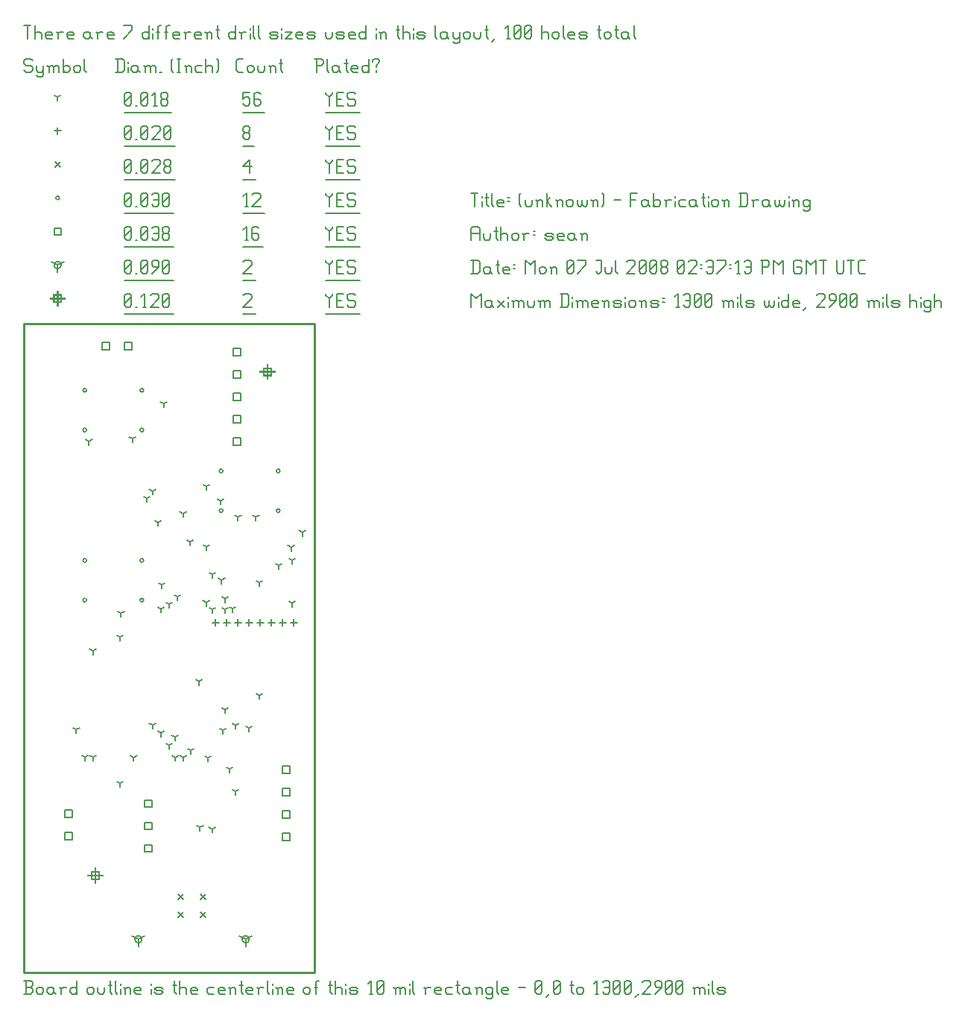
<source format=gbr>
G04 start of page 9 for group -3984 idx -3984
G04 Title: (unknown), fab *
G04 Creator: pcb 20080202 *
G04 CreationDate: Mon 07 Jul 2008 02:37:13 PM GMT UTC *
G04 For: sean *
G04 Format: Gerber/RS-274X *
G04 PCB-Dimensions: 130000 290000 *
G04 PCB-Coordinate-Origin: lower left *
%MOIN*%
%FSLAX24Y24*%
%LNFAB*%
%ADD11C,0.0100*%
%ADD52R,0.0080X0.0080*%
%ADD53C,0.0060*%
G54D52*X3190Y4660D02*Y4020D01*
X2870Y4340D02*X3510D01*
X3030Y4500D02*X3350D01*
X3030D02*Y4180D01*
X3350D01*
Y4500D02*Y4180D01*
X10890Y27170D02*Y26530D01*
X10570Y26850D02*X11210D01*
X10730Y27010D02*X11050D01*
X10730D02*Y26690D01*
X11050D01*
Y27010D02*Y26690D01*
X1500Y30445D02*Y29805D01*
X1180Y30125D02*X1820D01*
X1340Y30285D02*X1660D01*
X1340D02*Y29965D01*
X1660D01*
Y30285D02*Y29965D01*
G54D53*X13500Y30350D02*Y30275D01*
X13650Y30125D01*
X13800Y30275D01*
Y30350D02*Y30275D01*
X13650Y30125D02*Y29750D01*
X13980Y30050D02*X14205D01*
X13980Y29750D02*X14280D01*
X13980Y30350D02*Y29750D01*
Y30350D02*X14280D01*
X14760D02*X14835Y30275D01*
X14535Y30350D02*X14760D01*
X14460Y30275D02*X14535Y30350D01*
X14460Y30275D02*Y30125D01*
X14535Y30050D01*
X14760D01*
X14835Y29975D01*
Y29825D01*
X14760Y29750D02*X14835Y29825D01*
X14535Y29750D02*X14760D01*
X14460Y29825D02*X14535Y29750D01*
X13500Y29424D02*X15015D01*
X9800Y30275D02*X9875Y30350D01*
X10100D01*
X10175Y30275D01*
Y30125D01*
X9800Y29750D02*X10175Y30125D01*
X9800Y29750D02*X10175D01*
X9800Y29424D02*X10355D01*
X4500Y29825D02*X4575Y29750D01*
X4500Y30275D02*Y29825D01*
Y30275D02*X4575Y30350D01*
X4725D01*
X4800Y30275D01*
Y29825D01*
X4725Y29750D02*X4800Y29825D01*
X4575Y29750D02*X4725D01*
X4500Y29900D02*X4800Y30200D01*
X4980Y29750D02*X5055D01*
X5310D02*X5460D01*
X5385Y30350D02*Y29750D01*
X5235Y30200D02*X5385Y30350D01*
X5640Y30275D02*X5715Y30350D01*
X5940D01*
X6015Y30275D01*
Y30125D01*
X5640Y29750D02*X6015Y30125D01*
X5640Y29750D02*X6015D01*
X6195Y29825D02*X6270Y29750D01*
X6195Y30275D02*Y29825D01*
Y30275D02*X6270Y30350D01*
X6420D01*
X6495Y30275D01*
Y29825D01*
X6420Y29750D02*X6495Y29825D01*
X6270Y29750D02*X6420D01*
X6195Y29900D02*X6495Y30200D01*
X4500Y29424D02*X6675D01*
X9910Y1490D02*Y1170D01*
Y1490D02*X10187Y1650D01*
X9910Y1490D02*X9632Y1650D01*
X9750Y1490D02*G75*G03X10070Y1490I160J0D01*G01*
G75*G03X9750Y1490I-160J0D01*G01*
X5110D02*Y1170D01*
Y1490D02*X5387Y1650D01*
X5110Y1490D02*X4832Y1650D01*
X4950Y1490D02*G75*G03X5270Y1490I160J0D01*G01*
G75*G03X4950Y1490I-160J0D01*G01*
X1500Y31625D02*Y31305D01*
Y31625D02*X1777Y31785D01*
X1500Y31625D02*X1222Y31785D01*
X1340Y31625D02*G75*G03X1660Y31625I160J0D01*G01*
G75*G03X1340Y31625I-160J0D01*G01*
X13500Y31850D02*Y31775D01*
X13650Y31625D01*
X13800Y31775D01*
Y31850D02*Y31775D01*
X13650Y31625D02*Y31250D01*
X13980Y31550D02*X14205D01*
X13980Y31250D02*X14280D01*
X13980Y31850D02*Y31250D01*
Y31850D02*X14280D01*
X14760D02*X14835Y31775D01*
X14535Y31850D02*X14760D01*
X14460Y31775D02*X14535Y31850D01*
X14460Y31775D02*Y31625D01*
X14535Y31550D01*
X14760D01*
X14835Y31475D01*
Y31325D01*
X14760Y31250D02*X14835Y31325D01*
X14535Y31250D02*X14760D01*
X14460Y31325D02*X14535Y31250D01*
X13500Y30924D02*X15015D01*
X9800Y31775D02*X9875Y31850D01*
X10100D01*
X10175Y31775D01*
Y31625D01*
X9800Y31250D02*X10175Y31625D01*
X9800Y31250D02*X10175D01*
X9800Y30924D02*X10355D01*
X4500Y31325D02*X4575Y31250D01*
X4500Y31775D02*Y31325D01*
Y31775D02*X4575Y31850D01*
X4725D01*
X4800Y31775D01*
Y31325D01*
X4725Y31250D02*X4800Y31325D01*
X4575Y31250D02*X4725D01*
X4500Y31400D02*X4800Y31700D01*
X4980Y31250D02*X5055D01*
X5235Y31325D02*X5310Y31250D01*
X5235Y31775D02*Y31325D01*
Y31775D02*X5310Y31850D01*
X5460D01*
X5535Y31775D01*
Y31325D01*
X5460Y31250D02*X5535Y31325D01*
X5310Y31250D02*X5460D01*
X5235Y31400D02*X5535Y31700D01*
X5715Y31250D02*X6015Y31550D01*
Y31775D02*Y31550D01*
X5940Y31850D02*X6015Y31775D01*
X5790Y31850D02*X5940D01*
X5715Y31775D02*X5790Y31850D01*
X5715Y31775D02*Y31625D01*
X5790Y31550D01*
X6015D01*
X6195Y31325D02*X6270Y31250D01*
X6195Y31775D02*Y31325D01*
Y31775D02*X6270Y31850D01*
X6420D01*
X6495Y31775D01*
Y31325D01*
X6420Y31250D02*X6495Y31325D01*
X6270Y31250D02*X6420D01*
X6195Y31400D02*X6495Y31700D01*
X4500Y30924D02*X6675D01*
X5400Y7710D02*X5720D01*
X5400D02*Y7390D01*
X5720D01*
Y7710D02*Y7390D01*
X5400Y6710D02*X5720D01*
X5400D02*Y6390D01*
X5720D01*
Y6710D02*Y6390D01*
X5400Y5710D02*X5720D01*
X5400D02*Y5390D01*
X5720D01*
Y5710D02*Y5390D01*
X1830Y7270D02*X2150D01*
X1830D02*Y6950D01*
X2150D01*
Y7270D02*Y6950D01*
X1830Y6270D02*X2150D01*
X1830D02*Y5950D01*
X2150D01*
Y6270D02*Y5950D01*
X9370Y27900D02*X9690D01*
X9370D02*Y27580D01*
X9690D01*
Y27900D02*Y27580D01*
X9370Y26900D02*X9690D01*
X9370D02*Y26580D01*
X9690D01*
Y26900D02*Y26580D01*
X9370Y25900D02*X9690D01*
X9370D02*Y25580D01*
X9690D01*
Y25900D02*Y25580D01*
X9370Y24900D02*X9690D01*
X9370D02*Y24580D01*
X9690D01*
Y24900D02*Y24580D01*
X9370Y23900D02*X9690D01*
X9370D02*Y23580D01*
X9690D01*
Y23900D02*Y23580D01*
X11570Y9240D02*X11890D01*
X11570D02*Y8920D01*
X11890D01*
Y9240D02*Y8920D01*
X11570Y8240D02*X11890D01*
X11570D02*Y7920D01*
X11890D01*
Y8240D02*Y7920D01*
X11570Y7240D02*X11890D01*
X11570D02*Y6920D01*
X11890D01*
Y7240D02*Y6920D01*
X11570Y6240D02*X11890D01*
X11570D02*Y5920D01*
X11890D01*
Y6240D02*Y5920D01*
X3490Y28170D02*X3810D01*
X3490D02*Y27850D01*
X3810D01*
Y28170D02*Y27850D01*
X4490Y28170D02*X4810D01*
X4490D02*Y27850D01*
X4810D01*
Y28170D02*Y27850D01*
X1340Y33285D02*X1660D01*
X1340D02*Y32965D01*
X1660D01*
Y33285D02*Y32965D01*
X13500Y33350D02*Y33275D01*
X13650Y33125D01*
X13800Y33275D01*
Y33350D02*Y33275D01*
X13650Y33125D02*Y32750D01*
X13980Y33050D02*X14205D01*
X13980Y32750D02*X14280D01*
X13980Y33350D02*Y32750D01*
Y33350D02*X14280D01*
X14760D02*X14835Y33275D01*
X14535Y33350D02*X14760D01*
X14460Y33275D02*X14535Y33350D01*
X14460Y33275D02*Y33125D01*
X14535Y33050D01*
X14760D01*
X14835Y32975D01*
Y32825D01*
X14760Y32750D02*X14835Y32825D01*
X14535Y32750D02*X14760D01*
X14460Y32825D02*X14535Y32750D01*
X13500Y32424D02*X15015D01*
X9875Y32750D02*X10025D01*
X9950Y33350D02*Y32750D01*
X9800Y33200D02*X9950Y33350D01*
X10430D02*X10505Y33275D01*
X10280Y33350D02*X10430D01*
X10205Y33275D02*X10280Y33350D01*
X10205Y33275D02*Y32825D01*
X10280Y32750D01*
X10430Y33050D02*X10505Y32975D01*
X10205Y33050D02*X10430D01*
X10280Y32750D02*X10430D01*
X10505Y32825D01*
Y32975D02*Y32825D01*
X9800Y32424D02*X10685D01*
X4500Y32825D02*X4575Y32750D01*
X4500Y33275D02*Y32825D01*
Y33275D02*X4575Y33350D01*
X4725D01*
X4800Y33275D01*
Y32825D01*
X4725Y32750D02*X4800Y32825D01*
X4575Y32750D02*X4725D01*
X4500Y32900D02*X4800Y33200D01*
X4980Y32750D02*X5055D01*
X5235Y32825D02*X5310Y32750D01*
X5235Y33275D02*Y32825D01*
Y33275D02*X5310Y33350D01*
X5460D01*
X5535Y33275D01*
Y32825D01*
X5460Y32750D02*X5535Y32825D01*
X5310Y32750D02*X5460D01*
X5235Y32900D02*X5535Y33200D01*
X5715Y33275D02*X5790Y33350D01*
X5940D01*
X6015Y33275D01*
Y32825D01*
X5940Y32750D02*X6015Y32825D01*
X5790Y32750D02*X5940D01*
X5715Y32825D02*X5790Y32750D01*
Y33050D02*X6015D01*
X6195Y32825D02*X6270Y32750D01*
X6195Y32975D02*Y32825D01*
Y32975D02*X6270Y33050D01*
X6420D01*
X6495Y32975D01*
Y32825D01*
X6420Y32750D02*X6495Y32825D01*
X6270Y32750D02*X6420D01*
X6195Y33125D02*X6270Y33050D01*
X6195Y33275D02*Y33125D01*
Y33275D02*X6270Y33350D01*
X6420D01*
X6495Y33275D01*
Y33125D01*
X6420Y33050D02*X6495Y33125D01*
X4500Y32424D02*X6675D01*
X8730Y22423D02*G75*G03X8890Y22423I80J0D01*G01*
G75*G03X8730Y22423I-80J0D01*G01*
X11289D02*G75*G03X11449Y22423I80J0D01*G01*
G75*G03X11289Y22423I-80J0D01*G01*
Y20652D02*G75*G03X11449Y20652I80J0D01*G01*
G75*G03X11289Y20652I-80J0D01*G01*
X8730D02*G75*G03X8890Y20652I80J0D01*G01*
G75*G03X8730Y20652I-80J0D01*G01*
X2630Y26025D02*G75*G03X2790Y26025I80J0D01*G01*
G75*G03X2630Y26025I-80J0D01*G01*
X5189D02*G75*G03X5349Y26025I80J0D01*G01*
G75*G03X5189Y26025I-80J0D01*G01*
Y24254D02*G75*G03X5349Y24254I80J0D01*G01*
G75*G03X5189Y24254I-80J0D01*G01*
X2630D02*G75*G03X2790Y24254I80J0D01*G01*
G75*G03X2630Y24254I-80J0D01*G01*
X2631Y18423D02*G75*G03X2791Y18423I80J0D01*G01*
G75*G03X2631Y18423I-80J0D01*G01*
X5190D02*G75*G03X5350Y18423I80J0D01*G01*
G75*G03X5190Y18423I-80J0D01*G01*
Y16652D02*G75*G03X5350Y16652I80J0D01*G01*
G75*G03X5190Y16652I-80J0D01*G01*
X2631D02*G75*G03X2791Y16652I80J0D01*G01*
G75*G03X2631Y16652I-80J0D01*G01*
X1420Y34625D02*G75*G03X1580Y34625I80J0D01*G01*
G75*G03X1420Y34625I-80J0D01*G01*
X13500Y34850D02*Y34775D01*
X13650Y34625D01*
X13800Y34775D01*
Y34850D02*Y34775D01*
X13650Y34625D02*Y34250D01*
X13980Y34550D02*X14205D01*
X13980Y34250D02*X14280D01*
X13980Y34850D02*Y34250D01*
Y34850D02*X14280D01*
X14760D02*X14835Y34775D01*
X14535Y34850D02*X14760D01*
X14460Y34775D02*X14535Y34850D01*
X14460Y34775D02*Y34625D01*
X14535Y34550D01*
X14760D01*
X14835Y34475D01*
Y34325D01*
X14760Y34250D02*X14835Y34325D01*
X14535Y34250D02*X14760D01*
X14460Y34325D02*X14535Y34250D01*
X13500Y33924D02*X15015D01*
X9875Y34250D02*X10025D01*
X9950Y34850D02*Y34250D01*
X9800Y34700D02*X9950Y34850D01*
X10205Y34775D02*X10280Y34850D01*
X10505D01*
X10580Y34775D01*
Y34625D01*
X10205Y34250D02*X10580Y34625D01*
X10205Y34250D02*X10580D01*
X9800Y33924D02*X10760D01*
X4500Y34325D02*X4575Y34250D01*
X4500Y34775D02*Y34325D01*
Y34775D02*X4575Y34850D01*
X4725D01*
X4800Y34775D01*
Y34325D01*
X4725Y34250D02*X4800Y34325D01*
X4575Y34250D02*X4725D01*
X4500Y34400D02*X4800Y34700D01*
X4980Y34250D02*X5055D01*
X5235Y34325D02*X5310Y34250D01*
X5235Y34775D02*Y34325D01*
Y34775D02*X5310Y34850D01*
X5460D01*
X5535Y34775D01*
Y34325D01*
X5460Y34250D02*X5535Y34325D01*
X5310Y34250D02*X5460D01*
X5235Y34400D02*X5535Y34700D01*
X5715Y34775D02*X5790Y34850D01*
X5940D01*
X6015Y34775D01*
Y34325D01*
X5940Y34250D02*X6015Y34325D01*
X5790Y34250D02*X5940D01*
X5715Y34325D02*X5790Y34250D01*
Y34550D02*X6015D01*
X6195Y34325D02*X6270Y34250D01*
X6195Y34775D02*Y34325D01*
Y34775D02*X6270Y34850D01*
X6420D01*
X6495Y34775D01*
Y34325D01*
X6420Y34250D02*X6495Y34325D01*
X6270Y34250D02*X6420D01*
X6195Y34400D02*X6495Y34700D01*
X4500Y33924D02*X6675D01*
X7890Y3510D02*X8130Y3270D01*
X7890D02*X8130Y3510D01*
X6890D02*X7130Y3270D01*
X6890D02*X7130Y3510D01*
X6890Y2710D02*X7130Y2470D01*
X6890D02*X7130Y2710D01*
X7890D02*X8130Y2470D01*
X7890D02*X8130Y2710D01*
X1380Y36245D02*X1620Y36005D01*
X1380D02*X1620Y36245D01*
X13500Y36350D02*Y36275D01*
X13650Y36125D01*
X13800Y36275D01*
Y36350D02*Y36275D01*
X13650Y36125D02*Y35750D01*
X13980Y36050D02*X14205D01*
X13980Y35750D02*X14280D01*
X13980Y36350D02*Y35750D01*
Y36350D02*X14280D01*
X14760D02*X14835Y36275D01*
X14535Y36350D02*X14760D01*
X14460Y36275D02*X14535Y36350D01*
X14460Y36275D02*Y36125D01*
X14535Y36050D01*
X14760D01*
X14835Y35975D01*
Y35825D01*
X14760Y35750D02*X14835Y35825D01*
X14535Y35750D02*X14760D01*
X14460Y35825D02*X14535Y35750D01*
X13500Y35424D02*X15015D01*
X9800Y36050D02*X10100Y36350D01*
X9800Y36050D02*X10175D01*
X10100Y36350D02*Y35750D01*
X9800Y35424D02*X10355D01*
X4500Y35825D02*X4575Y35750D01*
X4500Y36275D02*Y35825D01*
Y36275D02*X4575Y36350D01*
X4725D01*
X4800Y36275D01*
Y35825D01*
X4725Y35750D02*X4800Y35825D01*
X4575Y35750D02*X4725D01*
X4500Y35900D02*X4800Y36200D01*
X4980Y35750D02*X5055D01*
X5235Y35825D02*X5310Y35750D01*
X5235Y36275D02*Y35825D01*
Y36275D02*X5310Y36350D01*
X5460D01*
X5535Y36275D01*
Y35825D01*
X5460Y35750D02*X5535Y35825D01*
X5310Y35750D02*X5460D01*
X5235Y35900D02*X5535Y36200D01*
X5715Y36275D02*X5790Y36350D01*
X6015D01*
X6090Y36275D01*
Y36125D01*
X5715Y35750D02*X6090Y36125D01*
X5715Y35750D02*X6090D01*
X6270Y35825D02*X6345Y35750D01*
X6270Y35975D02*Y35825D01*
Y35975D02*X6345Y36050D01*
X6495D01*
X6570Y35975D01*
Y35825D01*
X6495Y35750D02*X6570Y35825D01*
X6345Y35750D02*X6495D01*
X6270Y36125D02*X6345Y36050D01*
X6270Y36275D02*Y36125D01*
Y36275D02*X6345Y36350D01*
X6495D01*
X6570Y36275D01*
Y36125D01*
X6495Y36050D02*X6570Y36125D01*
X4500Y35424D02*X6750D01*
X8570Y15810D02*Y15490D01*
X8410Y15650D02*X8730D01*
X9070Y15810D02*Y15490D01*
X8910Y15650D02*X9230D01*
X9570Y15810D02*Y15490D01*
X9410Y15650D02*X9730D01*
X10070Y15810D02*Y15490D01*
X9910Y15650D02*X10230D01*
X10570Y15810D02*Y15490D01*
X10410Y15650D02*X10730D01*
X11070Y15810D02*Y15490D01*
X10910Y15650D02*X11230D01*
X11570Y15810D02*Y15490D01*
X11410Y15650D02*X11730D01*
X12070Y15810D02*Y15490D01*
X11910Y15650D02*X12230D01*
X1500Y37785D02*Y37465D01*
X1340Y37625D02*X1660D01*
X13500Y37850D02*Y37775D01*
X13650Y37625D01*
X13800Y37775D01*
Y37850D02*Y37775D01*
X13650Y37625D02*Y37250D01*
X13980Y37550D02*X14205D01*
X13980Y37250D02*X14280D01*
X13980Y37850D02*Y37250D01*
Y37850D02*X14280D01*
X14760D02*X14835Y37775D01*
X14535Y37850D02*X14760D01*
X14460Y37775D02*X14535Y37850D01*
X14460Y37775D02*Y37625D01*
X14535Y37550D01*
X14760D01*
X14835Y37475D01*
Y37325D01*
X14760Y37250D02*X14835Y37325D01*
X14535Y37250D02*X14760D01*
X14460Y37325D02*X14535Y37250D01*
X13500Y36924D02*X15015D01*
X9800Y37325D02*X9875Y37250D01*
X9800Y37475D02*Y37325D01*
Y37475D02*X9875Y37550D01*
X10025D01*
X10100Y37475D01*
Y37325D01*
X10025Y37250D02*X10100Y37325D01*
X9875Y37250D02*X10025D01*
X9800Y37625D02*X9875Y37550D01*
X9800Y37775D02*Y37625D01*
Y37775D02*X9875Y37850D01*
X10025D01*
X10100Y37775D01*
Y37625D01*
X10025Y37550D02*X10100Y37625D01*
X9800Y36924D02*X10280D01*
X4500Y37325D02*X4575Y37250D01*
X4500Y37775D02*Y37325D01*
Y37775D02*X4575Y37850D01*
X4725D01*
X4800Y37775D01*
Y37325D01*
X4725Y37250D02*X4800Y37325D01*
X4575Y37250D02*X4725D01*
X4500Y37400D02*X4800Y37700D01*
X4980Y37250D02*X5055D01*
X5235Y37325D02*X5310Y37250D01*
X5235Y37775D02*Y37325D01*
Y37775D02*X5310Y37850D01*
X5460D01*
X5535Y37775D01*
Y37325D01*
X5460Y37250D02*X5535Y37325D01*
X5310Y37250D02*X5460D01*
X5235Y37400D02*X5535Y37700D01*
X5715Y37775D02*X5790Y37850D01*
X6015D01*
X6090Y37775D01*
Y37625D01*
X5715Y37250D02*X6090Y37625D01*
X5715Y37250D02*X6090D01*
X6270Y37325D02*X6345Y37250D01*
X6270Y37775D02*Y37325D01*
Y37775D02*X6345Y37850D01*
X6495D01*
X6570Y37775D01*
Y37325D01*
X6495Y37250D02*X6570Y37325D01*
X6345Y37250D02*X6495D01*
X6270Y37400D02*X6570Y37700D01*
X4500Y36924D02*X6750D01*
X6165Y17330D02*Y17170D01*
Y17330D02*X6303Y17410D01*
X6165Y17330D02*X6026Y17410D01*
X5990Y20120D02*Y19960D01*
Y20120D02*X6128Y20200D01*
X5990Y20120D02*X5851Y20200D01*
X9320Y16270D02*Y16110D01*
Y16270D02*X9458Y16350D01*
X9320Y16270D02*X9181Y16350D01*
X8838Y17542D02*Y17382D01*
Y17542D02*X8977Y17622D01*
X8838Y17542D02*X8700Y17622D01*
X10056Y10933D02*Y10773D01*
Y10933D02*X10195Y11013D01*
X10056Y10933D02*X9917Y11013D01*
X9450Y11053D02*Y10893D01*
Y11053D02*X9588Y11133D01*
X9450Y11053D02*X9311Y11133D01*
X8154Y21733D02*Y21573D01*
Y21733D02*X8293Y21813D01*
X8154Y21733D02*X8016Y21813D01*
X12439Y19680D02*Y19520D01*
Y19680D02*X12578Y19760D01*
X12439Y19680D02*X12300Y19760D01*
X11979Y16509D02*Y16349D01*
Y16509D02*X12117Y16589D01*
X11979Y16509D02*X11840Y16589D01*
X11979Y18430D02*Y18270D01*
Y18430D02*X12117Y18510D01*
X11979Y18430D02*X11840Y18510D01*
X10531Y17435D02*Y17275D01*
Y17435D02*X10669Y17515D01*
X10531Y17435D02*X10392Y17515D01*
X11395Y18208D02*Y18048D01*
Y18208D02*X11534Y18288D01*
X11395Y18208D02*X11257Y18288D01*
X8162Y19035D02*Y18875D01*
Y19035D02*X8301Y19115D01*
X8162Y19035D02*X8024Y19115D01*
X11940Y19010D02*Y18850D01*
Y19010D02*X12078Y19090D01*
X11940Y19010D02*X11801Y19090D01*
X8428Y16226D02*Y16066D01*
Y16226D02*X8566Y16306D01*
X8428Y16226D02*X8289Y16306D01*
X9000Y16232D02*Y16072D01*
Y16232D02*X9138Y16312D01*
X9000Y16232D02*X8861Y16312D01*
X7870Y6500D02*Y6340D01*
Y6500D02*X8008Y6580D01*
X7870Y6500D02*X7731Y6580D01*
X4295Y15005D02*Y14845D01*
Y15005D02*X4433Y15085D01*
X4295Y15005D02*X4156Y15085D01*
X7825Y13015D02*Y12855D01*
Y13015D02*X7963Y13095D01*
X7825Y13015D02*X7686Y13095D01*
X8993Y11755D02*Y11595D01*
Y11755D02*X9132Y11835D01*
X8993Y11755D02*X8855Y11835D01*
X9200Y9100D02*Y8940D01*
Y9100D02*X9338Y9180D01*
X9200Y9100D02*X9061Y9180D01*
X8892Y10837D02*Y10677D01*
Y10837D02*X9031Y10917D01*
X8892Y10837D02*X8753Y10917D01*
X9570Y20362D02*Y20202D01*
Y20362D02*X9708Y20442D01*
X9570Y20362D02*X9431Y20442D01*
X10370Y20362D02*Y20202D01*
Y20362D02*X10508Y20442D01*
X10370Y20362D02*X10231Y20442D01*
X8999Y16709D02*Y16549D01*
Y16709D02*X9137Y16789D01*
X8999Y16709D02*X8860Y16789D01*
X8143Y16546D02*Y16386D01*
Y16546D02*X8282Y16626D01*
X8143Y16546D02*X8005Y16626D01*
X6112Y16255D02*Y16095D01*
Y16255D02*X6251Y16335D01*
X6112Y16255D02*X5973Y16335D01*
X6112Y10711D02*Y10551D01*
Y10711D02*X6251Y10791D01*
X6112Y10711D02*X5973Y10791D01*
X3072Y9637D02*Y9477D01*
Y9637D02*X3211Y9717D01*
X3072Y9637D02*X2934Y9717D01*
X3072Y14377D02*Y14217D01*
Y14377D02*X3211Y14457D01*
X3072Y14377D02*X2934Y14457D01*
X2901Y23744D02*Y23584D01*
Y23744D02*X3039Y23824D01*
X2901Y23744D02*X2762Y23824D01*
X4839Y23859D02*Y23699D01*
Y23859D02*X4978Y23939D01*
X4839Y23859D02*X4701Y23939D01*
X2720Y9637D02*Y9477D01*
Y9637D02*X2858Y9717D01*
X2720Y9637D02*X2581Y9717D01*
X6242Y25438D02*Y25278D01*
Y25438D02*X6381Y25518D01*
X6242Y25438D02*X6103Y25518D01*
X10526Y12385D02*Y12225D01*
Y12385D02*X10665Y12465D01*
X10526Y12385D02*X10387Y12465D01*
X9450Y8105D02*Y7945D01*
Y8105D02*X9588Y8185D01*
X9450Y8105D02*X9311Y8185D01*
X6742Y10531D02*Y10371D01*
Y10531D02*X6881Y10611D01*
X6742Y10531D02*X6603Y10611D01*
X6860Y16800D02*Y16640D01*
Y16800D02*X6998Y16880D01*
X6860Y16800D02*X6721Y16880D01*
X6480Y10174D02*Y10014D01*
Y10174D02*X6618Y10254D01*
X6480Y10174D02*X6341Y10254D01*
X6492Y16470D02*Y16310D01*
Y16470D02*X6631Y16550D01*
X6492Y16470D02*X6353Y16550D01*
X7446Y9924D02*Y9764D01*
Y9924D02*X7585Y10004D01*
X7446Y9924D02*X7307Y10004D01*
X7126Y9619D02*Y9459D01*
Y9619D02*X7265Y9699D01*
X7126Y9619D02*X6987Y9699D01*
X7428Y19250D02*Y19090D01*
Y19250D02*X7567Y19330D01*
X7428Y19250D02*X7290Y19330D01*
X6768Y9619D02*Y9459D01*
Y9619D02*X6906Y9699D01*
X6768Y9619D02*X6629Y9699D01*
X4905Y9619D02*Y9459D01*
Y9619D02*X5043Y9699D01*
X4905Y9619D02*X4766Y9699D01*
X5740Y21520D02*Y21360D01*
Y21520D02*X5878Y21600D01*
X5740Y21520D02*X5601Y21600D01*
X5740Y11069D02*Y10909D01*
Y11069D02*X5878Y11149D01*
X5740Y11069D02*X5601Y11149D01*
X7110Y20520D02*Y20360D01*
Y20520D02*X7248Y20600D01*
X7110Y20520D02*X6971Y20600D01*
X8220Y9595D02*Y9435D01*
Y9595D02*X8359Y9675D01*
X8220Y9595D02*X8082Y9675D01*
X2335Y10865D02*Y10705D01*
Y10865D02*X2473Y10945D01*
X2335Y10865D02*X2196Y10945D01*
X8780Y21082D02*Y20922D01*
Y21082D02*X8919Y21162D01*
X8780Y21082D02*X8641Y21162D01*
X8412Y17797D02*Y17637D01*
Y17797D02*X8551Y17877D01*
X8412Y17797D02*X8274Y17877D01*
X8410Y6420D02*Y6260D01*
Y6420D02*X8548Y6500D01*
X8410Y6420D02*X8271Y6500D01*
X4280Y8475D02*Y8315D01*
Y8475D02*X4418Y8555D01*
X4280Y8475D02*X4141Y8555D01*
X4335Y16075D02*Y15915D01*
Y16075D02*X4473Y16155D01*
X4335Y16075D02*X4196Y16155D01*
X5480Y21189D02*Y21029D01*
Y21189D02*X5618Y21269D01*
X5480Y21189D02*X5341Y21269D01*
X1500Y39125D02*Y38965D01*
Y39125D02*X1638Y39205D01*
X1500Y39125D02*X1361Y39205D01*
X13500Y39350D02*Y39275D01*
X13650Y39125D01*
X13800Y39275D01*
Y39350D02*Y39275D01*
X13650Y39125D02*Y38750D01*
X13980Y39050D02*X14205D01*
X13980Y38750D02*X14280D01*
X13980Y39350D02*Y38750D01*
Y39350D02*X14280D01*
X14760D02*X14835Y39275D01*
X14535Y39350D02*X14760D01*
X14460Y39275D02*X14535Y39350D01*
X14460Y39275D02*Y39125D01*
X14535Y39050D01*
X14760D01*
X14835Y38975D01*
Y38825D01*
X14760Y38750D02*X14835Y38825D01*
X14535Y38750D02*X14760D01*
X14460Y38825D02*X14535Y38750D01*
X13500Y38424D02*X15015D01*
X9800Y39350D02*X10100D01*
X9800D02*Y39050D01*
X9875Y39125D01*
X10025D01*
X10100Y39050D01*
Y38825D01*
X10025Y38750D02*X10100Y38825D01*
X9875Y38750D02*X10025D01*
X9800Y38825D02*X9875Y38750D01*
X10505Y39350D02*X10580Y39275D01*
X10355Y39350D02*X10505D01*
X10280Y39275D02*X10355Y39350D01*
X10280Y39275D02*Y38825D01*
X10355Y38750D01*
X10505Y39050D02*X10580Y38975D01*
X10280Y39050D02*X10505D01*
X10355Y38750D02*X10505D01*
X10580Y38825D01*
Y38975D02*Y38825D01*
X9800Y38424D02*X10760D01*
X4500Y38825D02*X4575Y38750D01*
X4500Y39275D02*Y38825D01*
Y39275D02*X4575Y39350D01*
X4725D01*
X4800Y39275D01*
Y38825D01*
X4725Y38750D02*X4800Y38825D01*
X4575Y38750D02*X4725D01*
X4500Y38900D02*X4800Y39200D01*
X4980Y38750D02*X5055D01*
X5235Y38825D02*X5310Y38750D01*
X5235Y39275D02*Y38825D01*
Y39275D02*X5310Y39350D01*
X5460D01*
X5535Y39275D01*
Y38825D01*
X5460Y38750D02*X5535Y38825D01*
X5310Y38750D02*X5460D01*
X5235Y38900D02*X5535Y39200D01*
X5790Y38750D02*X5940D01*
X5865Y39350D02*Y38750D01*
X5715Y39200D02*X5865Y39350D01*
X6120Y38825D02*X6195Y38750D01*
X6120Y38975D02*Y38825D01*
Y38975D02*X6195Y39050D01*
X6345D01*
X6420Y38975D01*
Y38825D01*
X6345Y38750D02*X6420Y38825D01*
X6195Y38750D02*X6345D01*
X6120Y39125D02*X6195Y39050D01*
X6120Y39275D02*Y39125D01*
Y39275D02*X6195Y39350D01*
X6345D01*
X6420Y39275D01*
Y39125D01*
X6345Y39050D02*X6420Y39125D01*
X4500Y38424D02*X6600D01*
X300Y40850D02*X375Y40775D01*
X75Y40850D02*X300D01*
X0Y40775D02*X75Y40850D01*
X0Y40775D02*Y40625D01*
X75Y40550D01*
X300D01*
X375Y40475D01*
Y40325D01*
X300Y40250D02*X375Y40325D01*
X75Y40250D02*X300D01*
X0Y40325D02*X75Y40250D01*
X555Y40550D02*Y40325D01*
X630Y40250D01*
X855Y40550D02*Y40100D01*
X780Y40025D02*X855Y40100D01*
X630Y40025D02*X780D01*
X555Y40100D02*X630Y40025D01*
Y40250D02*X780D01*
X855Y40325D01*
X1110Y40475D02*Y40250D01*
Y40475D02*X1185Y40550D01*
X1260D01*
X1335Y40475D01*
Y40250D01*
Y40475D02*X1410Y40550D01*
X1485D01*
X1560Y40475D01*
Y40250D01*
X1035Y40550D02*X1110Y40475D01*
X1740Y40850D02*Y40250D01*
Y40325D02*X1815Y40250D01*
X1965D01*
X2040Y40325D01*
Y40475D02*Y40325D01*
X1965Y40550D02*X2040Y40475D01*
X1815Y40550D02*X1965D01*
X1740Y40475D02*X1815Y40550D01*
X2220Y40475D02*Y40325D01*
Y40475D02*X2295Y40550D01*
X2445D01*
X2520Y40475D01*
Y40325D01*
X2445Y40250D02*X2520Y40325D01*
X2295Y40250D02*X2445D01*
X2220Y40325D02*X2295Y40250D01*
X2700Y40850D02*Y40325D01*
X2775Y40250D01*
X4175Y40850D02*Y40250D01*
X4400Y40850D02*X4475Y40775D01*
Y40325D01*
X4400Y40250D02*X4475Y40325D01*
X4100Y40250D02*X4400D01*
X4100Y40850D02*X4400D01*
X4655Y40700D02*Y40625D01*
Y40475D02*Y40250D01*
X5030Y40550D02*X5105Y40475D01*
X4880Y40550D02*X5030D01*
X4805Y40475D02*X4880Y40550D01*
X4805Y40475D02*Y40325D01*
X4880Y40250D01*
X5105Y40550D02*Y40325D01*
X5180Y40250D01*
X4880D02*X5030D01*
X5105Y40325D01*
X5435Y40475D02*Y40250D01*
Y40475D02*X5510Y40550D01*
X5585D01*
X5660Y40475D01*
Y40250D01*
Y40475D02*X5735Y40550D01*
X5810D01*
X5885Y40475D01*
Y40250D01*
X5360Y40550D02*X5435Y40475D01*
X6065Y40250D02*X6140D01*
X6590Y40325D02*X6665Y40250D01*
X6590Y40775D02*X6665Y40850D01*
X6590Y40775D02*Y40325D01*
X6845Y40850D02*X6995D01*
X6920D02*Y40250D01*
X6845D02*X6995D01*
X7251Y40475D02*Y40250D01*
Y40475D02*X7326Y40550D01*
X7401D01*
X7476Y40475D01*
Y40250D01*
X7176Y40550D02*X7251Y40475D01*
X7731Y40550D02*X7956D01*
X7656Y40475D02*X7731Y40550D01*
X7656Y40475D02*Y40325D01*
X7731Y40250D01*
X7956D01*
X8136Y40850D02*Y40250D01*
Y40475D02*X8211Y40550D01*
X8361D01*
X8436Y40475D01*
Y40250D01*
X8616Y40850D02*X8691Y40775D01*
Y40325D01*
X8616Y40250D02*X8691Y40325D01*
X9575Y40250D02*X9800D01*
X9500Y40325D02*X9575Y40250D01*
X9500Y40775D02*Y40325D01*
Y40775D02*X9575Y40850D01*
X9800D01*
X9980Y40475D02*Y40325D01*
Y40475D02*X10055Y40550D01*
X10205D01*
X10280Y40475D01*
Y40325D01*
X10205Y40250D02*X10280Y40325D01*
X10055Y40250D02*X10205D01*
X9980Y40325D02*X10055Y40250D01*
X10460Y40550D02*Y40325D01*
X10535Y40250D01*
X10685D01*
X10760Y40325D01*
Y40550D02*Y40325D01*
X11015Y40475D02*Y40250D01*
Y40475D02*X11090Y40550D01*
X11165D01*
X11240Y40475D01*
Y40250D01*
X10940Y40550D02*X11015Y40475D01*
X11495Y40850D02*Y40325D01*
X11570Y40250D01*
X11420Y40625D02*X11570D01*
X13075Y40850D02*Y40250D01*
X13000Y40850D02*X13300D01*
X13375Y40775D01*
Y40625D01*
X13300Y40550D02*X13375Y40625D01*
X13075Y40550D02*X13300D01*
X13555Y40850D02*Y40325D01*
X13630Y40250D01*
X14005Y40550D02*X14080Y40475D01*
X13855Y40550D02*X14005D01*
X13780Y40475D02*X13855Y40550D01*
X13780Y40475D02*Y40325D01*
X13855Y40250D01*
X14080Y40550D02*Y40325D01*
X14155Y40250D01*
X13855D02*X14005D01*
X14080Y40325D01*
X14410Y40850D02*Y40325D01*
X14485Y40250D01*
X14335Y40625D02*X14485D01*
X14710Y40250D02*X14935D01*
X14635Y40325D02*X14710Y40250D01*
X14635Y40475D02*Y40325D01*
Y40475D02*X14710Y40550D01*
X14860D01*
X14935Y40475D01*
X14635Y40400D02*X14935D01*
Y40475D02*Y40400D01*
X15415Y40850D02*Y40250D01*
X15340D02*X15415Y40325D01*
X15190Y40250D02*X15340D01*
X15115Y40325D02*X15190Y40250D01*
X15115Y40475D02*Y40325D01*
Y40475D02*X15190Y40550D01*
X15340D01*
X15415Y40475D01*
X15745Y40550D02*Y40475D01*
Y40325D02*Y40250D01*
X15595Y40775D02*Y40700D01*
Y40775D02*X15670Y40850D01*
X15820D01*
X15895Y40775D01*
Y40700D01*
X15745Y40550D02*X15895Y40700D01*
X0Y42350D02*X300D01*
X150D02*Y41750D01*
X480Y42350D02*Y41750D01*
Y41975D02*X555Y42050D01*
X705D01*
X780Y41975D01*
Y41750D01*
X1035D02*X1260D01*
X960Y41825D02*X1035Y41750D01*
X960Y41975D02*Y41825D01*
Y41975D02*X1035Y42050D01*
X1185D01*
X1260Y41975D01*
X960Y41900D02*X1260D01*
Y41975D02*Y41900D01*
X1515Y41975D02*Y41750D01*
Y41975D02*X1590Y42050D01*
X1740D01*
X1440D02*X1515Y41975D01*
X1995Y41750D02*X2220D01*
X1920Y41825D02*X1995Y41750D01*
X1920Y41975D02*Y41825D01*
Y41975D02*X1995Y42050D01*
X2145D01*
X2220Y41975D01*
X1920Y41900D02*X2220D01*
Y41975D02*Y41900D01*
X2895Y42050D02*X2970Y41975D01*
X2745Y42050D02*X2895D01*
X2670Y41975D02*X2745Y42050D01*
X2670Y41975D02*Y41825D01*
X2745Y41750D01*
X2970Y42050D02*Y41825D01*
X3045Y41750D01*
X2745D02*X2895D01*
X2970Y41825D01*
X3300Y41975D02*Y41750D01*
Y41975D02*X3375Y42050D01*
X3525D01*
X3225D02*X3300Y41975D01*
X3781Y41750D02*X4006D01*
X3706Y41825D02*X3781Y41750D01*
X3706Y41975D02*Y41825D01*
Y41975D02*X3781Y42050D01*
X3931D01*
X4006Y41975D01*
X3706Y41900D02*X4006D01*
Y41975D02*Y41900D01*
X4456Y41750D02*X4831Y42125D01*
Y42350D02*Y42125D01*
X4456Y42350D02*X4831D01*
X5581D02*Y41750D01*
X5506D02*X5581Y41825D01*
X5356Y41750D02*X5506D01*
X5281Y41825D02*X5356Y41750D01*
X5281Y41975D02*Y41825D01*
Y41975D02*X5356Y42050D01*
X5506D01*
X5581Y41975D01*
X5761Y42200D02*Y42125D01*
Y41975D02*Y41750D01*
X5986Y42275D02*Y41750D01*
Y42275D02*X6061Y42350D01*
X6136D01*
X5911Y42050D02*X6061D01*
X6361Y42275D02*Y41750D01*
Y42275D02*X6436Y42350D01*
X6511D01*
X6286Y42050D02*X6436D01*
X6736Y41750D02*X6961D01*
X6661Y41825D02*X6736Y41750D01*
X6661Y41975D02*Y41825D01*
Y41975D02*X6736Y42050D01*
X6886D01*
X6961Y41975D01*
X6661Y41900D02*X6961D01*
Y41975D02*Y41900D01*
X7217Y41975D02*Y41750D01*
Y41975D02*X7292Y42050D01*
X7442D01*
X7142D02*X7217Y41975D01*
X7697Y41750D02*X7922D01*
X7622Y41825D02*X7697Y41750D01*
X7622Y41975D02*Y41825D01*
Y41975D02*X7697Y42050D01*
X7847D01*
X7922Y41975D01*
X7622Y41900D02*X7922D01*
Y41975D02*Y41900D01*
X8177Y41975D02*Y41750D01*
Y41975D02*X8252Y42050D01*
X8327D01*
X8402Y41975D01*
Y41750D01*
X8102Y42050D02*X8177Y41975D01*
X8657Y42350D02*Y41825D01*
X8732Y41750D01*
X8582Y42125D02*X8732D01*
X9452Y42350D02*Y41750D01*
X9377D02*X9452Y41825D01*
X9227Y41750D02*X9377D01*
X9152Y41825D02*X9227Y41750D01*
X9152Y41975D02*Y41825D01*
Y41975D02*X9227Y42050D01*
X9377D01*
X9452Y41975D01*
X9707D02*Y41750D01*
Y41975D02*X9782Y42050D01*
X9932D01*
X9632D02*X9707Y41975D01*
X10113Y42200D02*Y42125D01*
Y41975D02*Y41750D01*
X10263Y42350D02*Y41825D01*
X10338Y41750D01*
X10488Y42350D02*Y41825D01*
X10563Y41750D01*
X11058D02*X11283D01*
X11358Y41825D01*
X11283Y41900D02*X11358Y41825D01*
X11058Y41900D02*X11283D01*
X10983Y41975D02*X11058Y41900D01*
X10983Y41975D02*X11058Y42050D01*
X11283D01*
X11358Y41975D01*
X10983Y41825D02*X11058Y41750D01*
X11538Y42200D02*Y42125D01*
Y41975D02*Y41750D01*
X11688Y42050D02*X11988D01*
X11688Y41750D02*X11988Y42050D01*
X11688Y41750D02*X11988D01*
X12243D02*X12468D01*
X12168Y41825D02*X12243Y41750D01*
X12168Y41975D02*Y41825D01*
Y41975D02*X12243Y42050D01*
X12393D01*
X12468Y41975D01*
X12168Y41900D02*X12468D01*
Y41975D02*Y41900D01*
X12724Y41750D02*X12949D01*
X13024Y41825D01*
X12949Y41900D02*X13024Y41825D01*
X12724Y41900D02*X12949D01*
X12649Y41975D02*X12724Y41900D01*
X12649Y41975D02*X12724Y42050D01*
X12949D01*
X13024Y41975D01*
X12649Y41825D02*X12724Y41750D01*
X13474Y42050D02*Y41825D01*
X13549Y41750D01*
X13699D01*
X13774Y41825D01*
Y42050D02*Y41825D01*
X14029Y41750D02*X14254D01*
X14329Y41825D01*
X14254Y41900D02*X14329Y41825D01*
X14029Y41900D02*X14254D01*
X13954Y41975D02*X14029Y41900D01*
X13954Y41975D02*X14029Y42050D01*
X14254D01*
X14329Y41975D01*
X13954Y41825D02*X14029Y41750D01*
X14584D02*X14809D01*
X14509Y41825D02*X14584Y41750D01*
X14509Y41975D02*Y41825D01*
Y41975D02*X14584Y42050D01*
X14734D01*
X14809Y41975D01*
X14509Y41900D02*X14809D01*
Y41975D02*Y41900D01*
X15289Y42350D02*Y41750D01*
X15214D02*X15289Y41825D01*
X15064Y41750D02*X15214D01*
X14989Y41825D02*X15064Y41750D01*
X14989Y41975D02*Y41825D01*
Y41975D02*X15064Y42050D01*
X15214D01*
X15289Y41975D01*
X15739Y42200D02*Y42125D01*
Y41975D02*Y41750D01*
X15964Y41975D02*Y41750D01*
Y41975D02*X16039Y42050D01*
X16114D01*
X16189Y41975D01*
Y41750D01*
X15889Y42050D02*X15964Y41975D01*
X16715Y42350D02*Y41825D01*
X16790Y41750D01*
X16640Y42125D02*X16790D01*
X16940Y42350D02*Y41750D01*
Y41975D02*X17015Y42050D01*
X17165D01*
X17240Y41975D01*
Y41750D01*
X17420Y42200D02*Y42125D01*
Y41975D02*Y41750D01*
X17645D02*X17870D01*
X17945Y41825D01*
X17870Y41900D02*X17945Y41825D01*
X17645Y41900D02*X17870D01*
X17570Y41975D02*X17645Y41900D01*
X17570Y41975D02*X17645Y42050D01*
X17870D01*
X17945Y41975D01*
X17570Y41825D02*X17645Y41750D01*
X18395Y42350D02*Y41825D01*
X18470Y41750D01*
X18845Y42050D02*X18920Y41975D01*
X18695Y42050D02*X18845D01*
X18620Y41975D02*X18695Y42050D01*
X18620Y41975D02*Y41825D01*
X18695Y41750D01*
X18920Y42050D02*Y41825D01*
X18995Y41750D01*
X18695D02*X18845D01*
X18920Y41825D01*
X19176Y42050D02*Y41825D01*
X19251Y41750D01*
X19476Y42050D02*Y41600D01*
X19401Y41525D02*X19476Y41600D01*
X19251Y41525D02*X19401D01*
X19176Y41600D02*X19251Y41525D01*
Y41750D02*X19401D01*
X19476Y41825D01*
X19656Y41975D02*Y41825D01*
Y41975D02*X19731Y42050D01*
X19881D01*
X19956Y41975D01*
Y41825D01*
X19881Y41750D02*X19956Y41825D01*
X19731Y41750D02*X19881D01*
X19656Y41825D02*X19731Y41750D01*
X20136Y42050D02*Y41825D01*
X20211Y41750D01*
X20361D01*
X20436Y41825D01*
Y42050D02*Y41825D01*
X20691Y42350D02*Y41825D01*
X20766Y41750D01*
X20616Y42125D02*X20766D01*
X20916Y41600D02*X21066Y41750D01*
X21591D02*X21741D01*
X21666Y42350D02*Y41750D01*
X21516Y42200D02*X21666Y42350D01*
X21921Y41825D02*X21996Y41750D01*
X21921Y42275D02*Y41825D01*
Y42275D02*X21996Y42350D01*
X22146D01*
X22221Y42275D01*
Y41825D01*
X22146Y41750D02*X22221Y41825D01*
X21996Y41750D02*X22146D01*
X21921Y41900D02*X22221Y42200D01*
X22402Y41825D02*X22477Y41750D01*
X22402Y42275D02*Y41825D01*
Y42275D02*X22477Y42350D01*
X22627D01*
X22702Y42275D01*
Y41825D01*
X22627Y41750D02*X22702Y41825D01*
X22477Y41750D02*X22627D01*
X22402Y41900D02*X22702Y42200D01*
X23152Y42350D02*Y41750D01*
Y41975D02*X23227Y42050D01*
X23377D01*
X23452Y41975D01*
Y41750D01*
X23632Y41975D02*Y41825D01*
Y41975D02*X23707Y42050D01*
X23857D01*
X23932Y41975D01*
Y41825D01*
X23857Y41750D02*X23932Y41825D01*
X23707Y41750D02*X23857D01*
X23632Y41825D02*X23707Y41750D01*
X24112Y42350D02*Y41825D01*
X24187Y41750D01*
X24412D02*X24637D01*
X24337Y41825D02*X24412Y41750D01*
X24337Y41975D02*Y41825D01*
Y41975D02*X24412Y42050D01*
X24562D01*
X24637Y41975D01*
X24337Y41900D02*X24637D01*
Y41975D02*Y41900D01*
X24892Y41750D02*X25117D01*
X25192Y41825D01*
X25117Y41900D02*X25192Y41825D01*
X24892Y41900D02*X25117D01*
X24817Y41975D02*X24892Y41900D01*
X24817Y41975D02*X24892Y42050D01*
X25117D01*
X25192Y41975D01*
X24817Y41825D02*X24892Y41750D01*
X25717Y42350D02*Y41825D01*
X25792Y41750D01*
X25642Y42125D02*X25792D01*
X25943Y41975D02*Y41825D01*
Y41975D02*X26018Y42050D01*
X26168D01*
X26243Y41975D01*
Y41825D01*
X26168Y41750D02*X26243Y41825D01*
X26018Y41750D02*X26168D01*
X25943Y41825D02*X26018Y41750D01*
X26498Y42350D02*Y41825D01*
X26573Y41750D01*
X26423Y42125D02*X26573D01*
X26948Y42050D02*X27023Y41975D01*
X26798Y42050D02*X26948D01*
X26723Y41975D02*X26798Y42050D01*
X26723Y41975D02*Y41825D01*
X26798Y41750D01*
X27023Y42050D02*Y41825D01*
X27098Y41750D01*
X26798D02*X26948D01*
X27023Y41825D01*
X27278Y42350D02*Y41825D01*
X27353Y41750D01*
G54D11*X0Y29000D02*X13000D01*
X0D02*Y0D01*
X13000Y29000D02*Y0D01*
X0D02*X13000D01*
G54D53*X20000Y30350D02*Y29750D01*
Y30350D02*X20225Y30125D01*
X20450Y30350D01*
Y29750D01*
X20855Y30050D02*X20930Y29975D01*
X20705Y30050D02*X20855D01*
X20630Y29975D02*X20705Y30050D01*
X20630Y29975D02*Y29825D01*
X20705Y29750D01*
X20930Y30050D02*Y29825D01*
X21005Y29750D01*
X20705D02*X20855D01*
X20930Y29825D01*
X21185Y30050D02*X21485Y29750D01*
X21185D02*X21485Y30050D01*
X21665Y30200D02*Y30125D01*
Y29975D02*Y29750D01*
X21890Y29975D02*Y29750D01*
Y29975D02*X21965Y30050D01*
X22040D01*
X22115Y29975D01*
Y29750D01*
Y29975D02*X22190Y30050D01*
X22265D01*
X22340Y29975D01*
Y29750D01*
X21815Y30050D02*X21890Y29975D01*
X22520Y30050D02*Y29825D01*
X22595Y29750D01*
X22745D01*
X22820Y29825D01*
Y30050D02*Y29825D01*
X23075Y29975D02*Y29750D01*
Y29975D02*X23150Y30050D01*
X23225D01*
X23300Y29975D01*
Y29750D01*
Y29975D02*X23375Y30050D01*
X23450D01*
X23525Y29975D01*
Y29750D01*
X23000Y30050D02*X23075Y29975D01*
X24051Y30350D02*Y29750D01*
X24276Y30350D02*X24351Y30275D01*
Y29825D01*
X24276Y29750D02*X24351Y29825D01*
X23976Y29750D02*X24276D01*
X23976Y30350D02*X24276D01*
X24531Y30200D02*Y30125D01*
Y29975D02*Y29750D01*
X24756Y29975D02*Y29750D01*
Y29975D02*X24831Y30050D01*
X24906D01*
X24981Y29975D01*
Y29750D01*
Y29975D02*X25056Y30050D01*
X25131D01*
X25206Y29975D01*
Y29750D01*
X24681Y30050D02*X24756Y29975D01*
X25461Y29750D02*X25686D01*
X25386Y29825D02*X25461Y29750D01*
X25386Y29975D02*Y29825D01*
Y29975D02*X25461Y30050D01*
X25611D01*
X25686Y29975D01*
X25386Y29900D02*X25686D01*
Y29975D02*Y29900D01*
X25941Y29975D02*Y29750D01*
Y29975D02*X26016Y30050D01*
X26091D01*
X26166Y29975D01*
Y29750D01*
X25866Y30050D02*X25941Y29975D01*
X26421Y29750D02*X26646D01*
X26721Y29825D01*
X26646Y29900D02*X26721Y29825D01*
X26421Y29900D02*X26646D01*
X26346Y29975D02*X26421Y29900D01*
X26346Y29975D02*X26421Y30050D01*
X26646D01*
X26721Y29975D01*
X26346Y29825D02*X26421Y29750D01*
X26901Y30200D02*Y30125D01*
Y29975D02*Y29750D01*
X27052Y29975D02*Y29825D01*
Y29975D02*X27127Y30050D01*
X27277D01*
X27352Y29975D01*
Y29825D01*
X27277Y29750D02*X27352Y29825D01*
X27127Y29750D02*X27277D01*
X27052Y29825D02*X27127Y29750D01*
X27607Y29975D02*Y29750D01*
Y29975D02*X27682Y30050D01*
X27757D01*
X27832Y29975D01*
Y29750D01*
X27532Y30050D02*X27607Y29975D01*
X28087Y29750D02*X28312D01*
X28387Y29825D01*
X28312Y29900D02*X28387Y29825D01*
X28087Y29900D02*X28312D01*
X28012Y29975D02*X28087Y29900D01*
X28012Y29975D02*X28087Y30050D01*
X28312D01*
X28387Y29975D01*
X28012Y29825D02*X28087Y29750D01*
X28567Y30125D02*X28642D01*
X28567Y29975D02*X28642D01*
X29167Y29750D02*X29317D01*
X29242Y30350D02*Y29750D01*
X29092Y30200D02*X29242Y30350D01*
X29497Y30275D02*X29572Y30350D01*
X29722D01*
X29797Y30275D01*
Y29825D01*
X29722Y29750D02*X29797Y29825D01*
X29572Y29750D02*X29722D01*
X29497Y29825D02*X29572Y29750D01*
Y30050D02*X29797D01*
X29978Y29825D02*X30053Y29750D01*
X29978Y30275D02*Y29825D01*
Y30275D02*X30053Y30350D01*
X30203D01*
X30278Y30275D01*
Y29825D01*
X30203Y29750D02*X30278Y29825D01*
X30053Y29750D02*X30203D01*
X29978Y29900D02*X30278Y30200D01*
X30458Y29825D02*X30533Y29750D01*
X30458Y30275D02*Y29825D01*
Y30275D02*X30533Y30350D01*
X30683D01*
X30758Y30275D01*
Y29825D01*
X30683Y29750D02*X30758Y29825D01*
X30533Y29750D02*X30683D01*
X30458Y29900D02*X30758Y30200D01*
X31283Y29975D02*Y29750D01*
Y29975D02*X31358Y30050D01*
X31433D01*
X31508Y29975D01*
Y29750D01*
Y29975D02*X31583Y30050D01*
X31658D01*
X31733Y29975D01*
Y29750D01*
X31208Y30050D02*X31283Y29975D01*
X31913Y30200D02*Y30125D01*
Y29975D02*Y29750D01*
X32063Y30350D02*Y29825D01*
X32138Y29750D01*
X32363D02*X32588D01*
X32663Y29825D01*
X32588Y29900D02*X32663Y29825D01*
X32363Y29900D02*X32588D01*
X32288Y29975D02*X32363Y29900D01*
X32288Y29975D02*X32363Y30050D01*
X32588D01*
X32663Y29975D01*
X32288Y29825D02*X32363Y29750D01*
X33113Y30050D02*Y29825D01*
X33188Y29750D01*
X33263D01*
X33338Y29825D01*
Y30050D02*Y29825D01*
X33413Y29750D01*
X33488D01*
X33563Y29825D01*
Y30050D02*Y29825D01*
X33744Y30200D02*Y30125D01*
Y29975D02*Y29750D01*
X34194Y30350D02*Y29750D01*
X34119D02*X34194Y29825D01*
X33969Y29750D02*X34119D01*
X33894Y29825D02*X33969Y29750D01*
X33894Y29975D02*Y29825D01*
Y29975D02*X33969Y30050D01*
X34119D01*
X34194Y29975D01*
X34449Y29750D02*X34674D01*
X34374Y29825D02*X34449Y29750D01*
X34374Y29975D02*Y29825D01*
Y29975D02*X34449Y30050D01*
X34599D01*
X34674Y29975D01*
X34374Y29900D02*X34674D01*
Y29975D02*Y29900D01*
X34854Y29600D02*X35004Y29750D01*
X35454Y30275D02*X35529Y30350D01*
X35754D01*
X35829Y30275D01*
Y30125D01*
X35454Y29750D02*X35829Y30125D01*
X35454Y29750D02*X35829D01*
X36009D02*X36309Y30050D01*
Y30275D02*Y30050D01*
X36234Y30350D02*X36309Y30275D01*
X36084Y30350D02*X36234D01*
X36009Y30275D02*X36084Y30350D01*
X36009Y30275D02*Y30125D01*
X36084Y30050D01*
X36309D01*
X36489Y29825D02*X36564Y29750D01*
X36489Y30275D02*Y29825D01*
Y30275D02*X36564Y30350D01*
X36714D01*
X36789Y30275D01*
Y29825D01*
X36714Y29750D02*X36789Y29825D01*
X36564Y29750D02*X36714D01*
X36489Y29900D02*X36789Y30200D01*
X36970Y29825D02*X37045Y29750D01*
X36970Y30275D02*Y29825D01*
Y30275D02*X37045Y30350D01*
X37195D01*
X37270Y30275D01*
Y29825D01*
X37195Y29750D02*X37270Y29825D01*
X37045Y29750D02*X37195D01*
X36970Y29900D02*X37270Y30200D01*
X37795Y29975D02*Y29750D01*
Y29975D02*X37870Y30050D01*
X37945D01*
X38020Y29975D01*
Y29750D01*
Y29975D02*X38095Y30050D01*
X38170D01*
X38245Y29975D01*
Y29750D01*
X37720Y30050D02*X37795Y29975D01*
X38425Y30200D02*Y30125D01*
Y29975D02*Y29750D01*
X38575Y30350D02*Y29825D01*
X38650Y29750D01*
X38875D02*X39100D01*
X39175Y29825D01*
X39100Y29900D02*X39175Y29825D01*
X38875Y29900D02*X39100D01*
X38800Y29975D02*X38875Y29900D01*
X38800Y29975D02*X38875Y30050D01*
X39100D01*
X39175Y29975D01*
X38800Y29825D02*X38875Y29750D01*
X39625Y30350D02*Y29750D01*
Y29975D02*X39700Y30050D01*
X39850D01*
X39925Y29975D01*
Y29750D01*
X40106Y30200D02*Y30125D01*
Y29975D02*Y29750D01*
X40481Y30050D02*X40556Y29975D01*
X40331Y30050D02*X40481D01*
X40256Y29975D02*X40331Y30050D01*
X40256Y29975D02*Y29825D01*
X40331Y29750D01*
X40481D01*
X40556Y29825D01*
X40256Y29600D02*X40331Y29525D01*
X40481D01*
X40556Y29600D01*
Y30050D02*Y29600D01*
X40736Y30350D02*Y29750D01*
Y29975D02*X40811Y30050D01*
X40961D01*
X41036Y29975D01*
Y29750D01*
X0Y-950D02*X300D01*
X375Y-875D01*
Y-725D02*Y-875D01*
X300Y-650D02*X375Y-725D01*
X75Y-650D02*X300D01*
X75Y-350D02*Y-950D01*
X0Y-350D02*X300D01*
X375Y-425D01*
Y-575D01*
X300Y-650D02*X375Y-575D01*
X555Y-725D02*Y-875D01*
Y-725D02*X630Y-650D01*
X780D01*
X855Y-725D01*
Y-875D01*
X780Y-950D02*X855Y-875D01*
X630Y-950D02*X780D01*
X555Y-875D02*X630Y-950D01*
X1260Y-650D02*X1335Y-725D01*
X1110Y-650D02*X1260D01*
X1035Y-725D02*X1110Y-650D01*
X1035Y-725D02*Y-875D01*
X1110Y-950D01*
X1335Y-650D02*Y-875D01*
X1410Y-950D01*
X1110D02*X1260D01*
X1335Y-875D01*
X1665Y-725D02*Y-950D01*
Y-725D02*X1740Y-650D01*
X1890D01*
X1590D02*X1665Y-725D01*
X2370Y-350D02*Y-950D01*
X2295D02*X2370Y-875D01*
X2145Y-950D02*X2295D01*
X2070Y-875D02*X2145Y-950D01*
X2070Y-725D02*Y-875D01*
Y-725D02*X2145Y-650D01*
X2295D01*
X2370Y-725D01*
X2820D02*Y-875D01*
Y-725D02*X2895Y-650D01*
X3045D01*
X3120Y-725D01*
Y-875D01*
X3045Y-950D02*X3120Y-875D01*
X2895Y-950D02*X3045D01*
X2820Y-875D02*X2895Y-950D01*
X3300Y-650D02*Y-875D01*
X3375Y-950D01*
X3525D01*
X3600Y-875D01*
Y-650D02*Y-875D01*
X3856Y-350D02*Y-875D01*
X3931Y-950D01*
X3781Y-575D02*X3931D01*
X4081Y-350D02*Y-875D01*
X4156Y-950D01*
X4306Y-500D02*Y-575D01*
Y-725D02*Y-950D01*
X4531Y-725D02*Y-950D01*
Y-725D02*X4606Y-650D01*
X4681D01*
X4756Y-725D01*
Y-950D01*
X4456Y-650D02*X4531Y-725D01*
X5011Y-950D02*X5236D01*
X4936Y-875D02*X5011Y-950D01*
X4936Y-725D02*Y-875D01*
Y-725D02*X5011Y-650D01*
X5161D01*
X5236Y-725D01*
X4936Y-800D02*X5236D01*
Y-725D02*Y-800D01*
X5686Y-500D02*Y-575D01*
Y-725D02*Y-950D01*
X5911D02*X6136D01*
X6211Y-875D01*
X6136Y-800D02*X6211Y-875D01*
X5911Y-800D02*X6136D01*
X5836Y-725D02*X5911Y-800D01*
X5836Y-725D02*X5911Y-650D01*
X6136D01*
X6211Y-725D01*
X5836Y-875D02*X5911Y-950D01*
X6737Y-350D02*Y-875D01*
X6812Y-950D01*
X6662Y-575D02*X6812D01*
X6962Y-350D02*Y-950D01*
Y-725D02*X7037Y-650D01*
X7187D01*
X7262Y-725D01*
Y-950D01*
X7517D02*X7742D01*
X7442Y-875D02*X7517Y-950D01*
X7442Y-725D02*Y-875D01*
Y-725D02*X7517Y-650D01*
X7667D01*
X7742Y-725D01*
X7442Y-800D02*X7742D01*
Y-725D02*Y-800D01*
X8267Y-650D02*X8492D01*
X8192Y-725D02*X8267Y-650D01*
X8192Y-725D02*Y-875D01*
X8267Y-950D01*
X8492D01*
X8747D02*X8972D01*
X8672Y-875D02*X8747Y-950D01*
X8672Y-725D02*Y-875D01*
Y-725D02*X8747Y-650D01*
X8897D01*
X8972Y-725D01*
X8672Y-800D02*X8972D01*
Y-725D02*Y-800D01*
X9227Y-725D02*Y-950D01*
Y-725D02*X9302Y-650D01*
X9377D01*
X9452Y-725D01*
Y-950D01*
X9152Y-650D02*X9227Y-725D01*
X9708Y-350D02*Y-875D01*
X9783Y-950D01*
X9633Y-575D02*X9783D01*
X10008Y-950D02*X10233D01*
X9933Y-875D02*X10008Y-950D01*
X9933Y-725D02*Y-875D01*
Y-725D02*X10008Y-650D01*
X10158D01*
X10233Y-725D01*
X9933Y-800D02*X10233D01*
Y-725D02*Y-800D01*
X10488Y-725D02*Y-950D01*
Y-725D02*X10563Y-650D01*
X10713D01*
X10413D02*X10488Y-725D01*
X10893Y-350D02*Y-875D01*
X10968Y-950D01*
X11118Y-500D02*Y-575D01*
Y-725D02*Y-950D01*
X11343Y-725D02*Y-950D01*
Y-725D02*X11418Y-650D01*
X11493D01*
X11568Y-725D01*
Y-950D01*
X11268Y-650D02*X11343Y-725D01*
X11823Y-950D02*X12048D01*
X11748Y-875D02*X11823Y-950D01*
X11748Y-725D02*Y-875D01*
Y-725D02*X11823Y-650D01*
X11973D01*
X12048Y-725D01*
X11748Y-800D02*X12048D01*
Y-725D02*Y-800D01*
X12499Y-725D02*Y-875D01*
Y-725D02*X12574Y-650D01*
X12724D01*
X12799Y-725D01*
Y-875D01*
X12724Y-950D02*X12799Y-875D01*
X12574Y-950D02*X12724D01*
X12499Y-875D02*X12574Y-950D01*
X13054Y-425D02*Y-950D01*
Y-425D02*X13129Y-350D01*
X13204D01*
X12979Y-650D02*X13129D01*
X13699Y-350D02*Y-875D01*
X13774Y-950D01*
X13624Y-575D02*X13774D01*
X13924Y-350D02*Y-950D01*
Y-725D02*X13999Y-650D01*
X14149D01*
X14224Y-725D01*
Y-950D01*
X14404Y-500D02*Y-575D01*
Y-725D02*Y-950D01*
X14629D02*X14854D01*
X14929Y-875D01*
X14854Y-800D02*X14929Y-875D01*
X14629Y-800D02*X14854D01*
X14554Y-725D02*X14629Y-800D01*
X14554Y-725D02*X14629Y-650D01*
X14854D01*
X14929Y-725D01*
X14554Y-875D02*X14629Y-950D01*
X15454D02*X15604D01*
X15529Y-350D02*Y-950D01*
X15379Y-500D02*X15529Y-350D01*
X15785Y-875D02*X15860Y-950D01*
X15785Y-425D02*Y-875D01*
Y-425D02*X15860Y-350D01*
X16010D01*
X16085Y-425D01*
Y-875D01*
X16010Y-950D02*X16085Y-875D01*
X15860Y-950D02*X16010D01*
X15785Y-800D02*X16085Y-500D01*
X16610Y-725D02*Y-950D01*
Y-725D02*X16685Y-650D01*
X16760D01*
X16835Y-725D01*
Y-950D01*
Y-725D02*X16910Y-650D01*
X16985D01*
X17060Y-725D01*
Y-950D01*
X16535Y-650D02*X16610Y-725D01*
X17240Y-500D02*Y-575D01*
Y-725D02*Y-950D01*
X17390Y-350D02*Y-875D01*
X17465Y-950D01*
X17960Y-725D02*Y-950D01*
Y-725D02*X18035Y-650D01*
X18185D01*
X17885D02*X17960Y-725D01*
X18440Y-950D02*X18665D01*
X18365Y-875D02*X18440Y-950D01*
X18365Y-725D02*Y-875D01*
Y-725D02*X18440Y-650D01*
X18590D01*
X18665Y-725D01*
X18365Y-800D02*X18665D01*
Y-725D02*Y-800D01*
X18921Y-650D02*X19146D01*
X18846Y-725D02*X18921Y-650D01*
X18846Y-725D02*Y-875D01*
X18921Y-950D01*
X19146D01*
X19401Y-350D02*Y-875D01*
X19476Y-950D01*
X19326Y-575D02*X19476D01*
X19851Y-650D02*X19926Y-725D01*
X19701Y-650D02*X19851D01*
X19626Y-725D02*X19701Y-650D01*
X19626Y-725D02*Y-875D01*
X19701Y-950D01*
X19926Y-650D02*Y-875D01*
X20001Y-950D01*
X19701D02*X19851D01*
X19926Y-875D01*
X20256Y-725D02*Y-950D01*
Y-725D02*X20331Y-650D01*
X20406D01*
X20481Y-725D01*
Y-950D01*
X20181Y-650D02*X20256Y-725D01*
X20886Y-650D02*X20961Y-725D01*
X20736Y-650D02*X20886D01*
X20661Y-725D02*X20736Y-650D01*
X20661Y-725D02*Y-875D01*
X20736Y-950D01*
X20886D01*
X20961Y-875D01*
X20661Y-1100D02*X20736Y-1175D01*
X20886D01*
X20961Y-1100D01*
Y-650D02*Y-1100D01*
X21141Y-350D02*Y-875D01*
X21216Y-950D01*
X21441D02*X21666D01*
X21366Y-875D02*X21441Y-950D01*
X21366Y-725D02*Y-875D01*
Y-725D02*X21441Y-650D01*
X21591D01*
X21666Y-725D01*
X21366Y-800D02*X21666D01*
Y-725D02*Y-800D01*
X22117Y-650D02*X22417D01*
X22867Y-875D02*X22942Y-950D01*
X22867Y-425D02*Y-875D01*
Y-425D02*X22942Y-350D01*
X23092D01*
X23167Y-425D01*
Y-875D01*
X23092Y-950D02*X23167Y-875D01*
X22942Y-950D02*X23092D01*
X22867Y-800D02*X23167Y-500D01*
X23347Y-1100D02*X23497Y-950D01*
X23677Y-875D02*X23752Y-950D01*
X23677Y-425D02*Y-875D01*
Y-425D02*X23752Y-350D01*
X23902D01*
X23977Y-425D01*
Y-875D01*
X23902Y-950D02*X23977Y-875D01*
X23752Y-950D02*X23902D01*
X23677Y-800D02*X23977Y-500D01*
X24502Y-350D02*Y-875D01*
X24577Y-950D01*
X24427Y-575D02*X24577D01*
X24727Y-725D02*Y-875D01*
Y-725D02*X24802Y-650D01*
X24952D01*
X25027Y-725D01*
Y-875D01*
X24952Y-950D02*X25027Y-875D01*
X24802Y-950D02*X24952D01*
X24727Y-875D02*X24802Y-950D01*
X25552D02*X25702D01*
X25627Y-350D02*Y-950D01*
X25477Y-500D02*X25627Y-350D01*
X25883Y-425D02*X25958Y-350D01*
X26108D01*
X26183Y-425D01*
Y-875D01*
X26108Y-950D02*X26183Y-875D01*
X25958Y-950D02*X26108D01*
X25883Y-875D02*X25958Y-950D01*
Y-650D02*X26183D01*
X26363Y-875D02*X26438Y-950D01*
X26363Y-425D02*Y-875D01*
Y-425D02*X26438Y-350D01*
X26588D01*
X26663Y-425D01*
Y-875D01*
X26588Y-950D02*X26663Y-875D01*
X26438Y-950D02*X26588D01*
X26363Y-800D02*X26663Y-500D01*
X26843Y-875D02*X26918Y-950D01*
X26843Y-425D02*Y-875D01*
Y-425D02*X26918Y-350D01*
X27068D01*
X27143Y-425D01*
Y-875D01*
X27068Y-950D02*X27143Y-875D01*
X26918Y-950D02*X27068D01*
X26843Y-800D02*X27143Y-500D01*
X27323Y-1100D02*X27473Y-950D01*
X27653Y-425D02*X27728Y-350D01*
X27953D01*
X28028Y-425D01*
Y-575D01*
X27653Y-950D02*X28028Y-575D01*
X27653Y-950D02*X28028D01*
X28208D02*X28508Y-650D01*
Y-425D02*Y-650D01*
X28433Y-350D02*X28508Y-425D01*
X28283Y-350D02*X28433D01*
X28208Y-425D02*X28283Y-350D01*
X28208Y-425D02*Y-575D01*
X28283Y-650D01*
X28508D01*
X28689Y-875D02*X28764Y-950D01*
X28689Y-425D02*Y-875D01*
Y-425D02*X28764Y-350D01*
X28914D01*
X28989Y-425D01*
Y-875D01*
X28914Y-950D02*X28989Y-875D01*
X28764Y-950D02*X28914D01*
X28689Y-800D02*X28989Y-500D01*
X29169Y-875D02*X29244Y-950D01*
X29169Y-425D02*Y-875D01*
Y-425D02*X29244Y-350D01*
X29394D01*
X29469Y-425D01*
Y-875D01*
X29394Y-950D02*X29469Y-875D01*
X29244Y-950D02*X29394D01*
X29169Y-800D02*X29469Y-500D01*
X29994Y-725D02*Y-950D01*
Y-725D02*X30069Y-650D01*
X30144D01*
X30219Y-725D01*
Y-950D01*
Y-725D02*X30294Y-650D01*
X30369D01*
X30444Y-725D01*
Y-950D01*
X29919Y-650D02*X29994Y-725D01*
X30624Y-500D02*Y-575D01*
Y-725D02*Y-950D01*
X30774Y-350D02*Y-875D01*
X30849Y-950D01*
X31074D02*X31299D01*
X31374Y-875D01*
X31299Y-800D02*X31374Y-875D01*
X31074Y-800D02*X31299D01*
X30999Y-725D02*X31074Y-800D01*
X30999Y-725D02*X31074Y-650D01*
X31299D01*
X31374Y-725D01*
X30999Y-875D02*X31074Y-950D01*
X20075Y31850D02*Y31250D01*
X20300Y31850D02*X20375Y31775D01*
Y31325D01*
X20300Y31250D02*X20375Y31325D01*
X20000Y31250D02*X20300D01*
X20000Y31850D02*X20300D01*
X20780Y31550D02*X20855Y31475D01*
X20630Y31550D02*X20780D01*
X20555Y31475D02*X20630Y31550D01*
X20555Y31475D02*Y31325D01*
X20630Y31250D01*
X20855Y31550D02*Y31325D01*
X20930Y31250D01*
X20630D02*X20780D01*
X20855Y31325D01*
X21185Y31850D02*Y31325D01*
X21260Y31250D01*
X21110Y31625D02*X21260D01*
X21485Y31250D02*X21710D01*
X21410Y31325D02*X21485Y31250D01*
X21410Y31475D02*Y31325D01*
Y31475D02*X21485Y31550D01*
X21635D01*
X21710Y31475D01*
X21410Y31400D02*X21710D01*
Y31475D02*Y31400D01*
X21890Y31625D02*X21965D01*
X21890Y31475D02*X21965D01*
X22415Y31850D02*Y31250D01*
Y31850D02*X22640Y31625D01*
X22865Y31850D01*
Y31250D01*
X23045Y31475D02*Y31325D01*
Y31475D02*X23120Y31550D01*
X23270D01*
X23345Y31475D01*
Y31325D01*
X23270Y31250D02*X23345Y31325D01*
X23120Y31250D02*X23270D01*
X23045Y31325D02*X23120Y31250D01*
X23601Y31475D02*Y31250D01*
Y31475D02*X23676Y31550D01*
X23751D01*
X23826Y31475D01*
Y31250D01*
X23526Y31550D02*X23601Y31475D01*
X24276Y31325D02*X24351Y31250D01*
X24276Y31775D02*Y31325D01*
Y31775D02*X24351Y31850D01*
X24501D01*
X24576Y31775D01*
Y31325D01*
X24501Y31250D02*X24576Y31325D01*
X24351Y31250D02*X24501D01*
X24276Y31400D02*X24576Y31700D01*
X24756Y31250D02*X25131Y31625D01*
Y31850D02*Y31625D01*
X24756Y31850D02*X25131D01*
X25581D02*X25806D01*
Y31325D01*
X25731Y31250D02*X25806Y31325D01*
X25656Y31250D02*X25731D01*
X25581Y31325D02*X25656Y31250D01*
X25986Y31550D02*Y31325D01*
X26061Y31250D01*
X26211D01*
X26286Y31325D01*
Y31550D02*Y31325D01*
X26466Y31850D02*Y31325D01*
X26541Y31250D01*
X26961Y31775D02*X27036Y31850D01*
X27261D01*
X27336Y31775D01*
Y31625D01*
X26961Y31250D02*X27336Y31625D01*
X26961Y31250D02*X27336D01*
X27517Y31325D02*X27592Y31250D01*
X27517Y31775D02*Y31325D01*
Y31775D02*X27592Y31850D01*
X27742D01*
X27817Y31775D01*
Y31325D01*
X27742Y31250D02*X27817Y31325D01*
X27592Y31250D02*X27742D01*
X27517Y31400D02*X27817Y31700D01*
X27997Y31325D02*X28072Y31250D01*
X27997Y31775D02*Y31325D01*
Y31775D02*X28072Y31850D01*
X28222D01*
X28297Y31775D01*
Y31325D01*
X28222Y31250D02*X28297Y31325D01*
X28072Y31250D02*X28222D01*
X27997Y31400D02*X28297Y31700D01*
X28477Y31325D02*X28552Y31250D01*
X28477Y31475D02*Y31325D01*
Y31475D02*X28552Y31550D01*
X28702D01*
X28777Y31475D01*
Y31325D01*
X28702Y31250D02*X28777Y31325D01*
X28552Y31250D02*X28702D01*
X28477Y31625D02*X28552Y31550D01*
X28477Y31775D02*Y31625D01*
Y31775D02*X28552Y31850D01*
X28702D01*
X28777Y31775D01*
Y31625D01*
X28702Y31550D02*X28777Y31625D01*
X29227Y31325D02*X29302Y31250D01*
X29227Y31775D02*Y31325D01*
Y31775D02*X29302Y31850D01*
X29452D01*
X29527Y31775D01*
Y31325D01*
X29452Y31250D02*X29527Y31325D01*
X29302Y31250D02*X29452D01*
X29227Y31400D02*X29527Y31700D01*
X29707Y31775D02*X29782Y31850D01*
X30007D01*
X30082Y31775D01*
Y31625D01*
X29707Y31250D02*X30082Y31625D01*
X29707Y31250D02*X30082D01*
X30262Y31625D02*X30337D01*
X30262Y31475D02*X30337D01*
X30518Y31775D02*X30593Y31850D01*
X30743D01*
X30818Y31775D01*
Y31325D01*
X30743Y31250D02*X30818Y31325D01*
X30593Y31250D02*X30743D01*
X30518Y31325D02*X30593Y31250D01*
Y31550D02*X30818D01*
X30998Y31250D02*X31373Y31625D01*
Y31850D02*Y31625D01*
X30998Y31850D02*X31373D01*
X31553Y31625D02*X31628D01*
X31553Y31475D02*X31628D01*
X31883Y31250D02*X32033D01*
X31958Y31850D02*Y31250D01*
X31808Y31700D02*X31958Y31850D01*
X32213Y31775D02*X32288Y31850D01*
X32438D01*
X32513Y31775D01*
Y31325D01*
X32438Y31250D02*X32513Y31325D01*
X32288Y31250D02*X32438D01*
X32213Y31325D02*X32288Y31250D01*
Y31550D02*X32513D01*
X33038Y31850D02*Y31250D01*
X32963Y31850D02*X33263D01*
X33338Y31775D01*
Y31625D01*
X33263Y31550D02*X33338Y31625D01*
X33038Y31550D02*X33263D01*
X33518Y31850D02*Y31250D01*
Y31850D02*X33743Y31625D01*
X33968Y31850D01*
Y31250D01*
X34719Y31850D02*X34794Y31775D01*
X34494Y31850D02*X34719D01*
X34419Y31775D02*X34494Y31850D01*
X34419Y31775D02*Y31325D01*
X34494Y31250D01*
X34719D01*
X34794Y31325D01*
Y31475D02*Y31325D01*
X34719Y31550D02*X34794Y31475D01*
X34569Y31550D02*X34719D01*
X34974Y31850D02*Y31250D01*
Y31850D02*X35199Y31625D01*
X35424Y31850D01*
Y31250D01*
X35604Y31850D02*X35904D01*
X35754D02*Y31250D01*
X36354Y31850D02*Y31325D01*
X36429Y31250D01*
X36579D01*
X36654Y31325D01*
Y31850D02*Y31325D01*
X36834Y31850D02*X37134D01*
X36984D02*Y31250D01*
X37389D02*X37614D01*
X37314Y31325D02*X37389Y31250D01*
X37314Y31775D02*Y31325D01*
Y31775D02*X37389Y31850D01*
X37614D01*
X20000Y33275D02*Y32750D01*
Y33275D02*X20075Y33350D01*
X20300D01*
X20375Y33275D01*
Y32750D01*
X20000Y33050D02*X20375D01*
X20555D02*Y32825D01*
X20630Y32750D01*
X20780D01*
X20855Y32825D01*
Y33050D02*Y32825D01*
X21110Y33350D02*Y32825D01*
X21185Y32750D01*
X21035Y33125D02*X21185D01*
X21335Y33350D02*Y32750D01*
Y32975D02*X21410Y33050D01*
X21560D01*
X21635Y32975D01*
Y32750D01*
X21815Y32975D02*Y32825D01*
Y32975D02*X21890Y33050D01*
X22040D01*
X22115Y32975D01*
Y32825D01*
X22040Y32750D02*X22115Y32825D01*
X21890Y32750D02*X22040D01*
X21815Y32825D02*X21890Y32750D01*
X22370Y32975D02*Y32750D01*
Y32975D02*X22445Y33050D01*
X22595D01*
X22295D02*X22370Y32975D01*
X22775Y33125D02*X22850D01*
X22775Y32975D02*X22850D01*
X23376Y32750D02*X23601D01*
X23676Y32825D01*
X23601Y32900D02*X23676Y32825D01*
X23376Y32900D02*X23601D01*
X23301Y32975D02*X23376Y32900D01*
X23301Y32975D02*X23376Y33050D01*
X23601D01*
X23676Y32975D01*
X23301Y32825D02*X23376Y32750D01*
X23931D02*X24156D01*
X23856Y32825D02*X23931Y32750D01*
X23856Y32975D02*Y32825D01*
Y32975D02*X23931Y33050D01*
X24081D01*
X24156Y32975D01*
X23856Y32900D02*X24156D01*
Y32975D02*Y32900D01*
X24561Y33050D02*X24636Y32975D01*
X24411Y33050D02*X24561D01*
X24336Y32975D02*X24411Y33050D01*
X24336Y32975D02*Y32825D01*
X24411Y32750D01*
X24636Y33050D02*Y32825D01*
X24711Y32750D01*
X24411D02*X24561D01*
X24636Y32825D01*
X24966Y32975D02*Y32750D01*
Y32975D02*X25041Y33050D01*
X25116D01*
X25191Y32975D01*
Y32750D01*
X24891Y33050D02*X24966Y32975D01*
X20000Y34850D02*X20300D01*
X20150D02*Y34250D01*
X20480Y34700D02*Y34625D01*
Y34475D02*Y34250D01*
X20705Y34850D02*Y34325D01*
X20780Y34250D01*
X20630Y34625D02*X20780D01*
X20930Y34850D02*Y34325D01*
X21005Y34250D01*
X21230D02*X21455D01*
X21155Y34325D02*X21230Y34250D01*
X21155Y34475D02*Y34325D01*
Y34475D02*X21230Y34550D01*
X21380D01*
X21455Y34475D01*
X21155Y34400D02*X21455D01*
Y34475D02*Y34400D01*
X21635Y34625D02*X21710D01*
X21635Y34475D02*X21710D01*
X22160Y34325D02*X22235Y34250D01*
X22160Y34775D02*X22235Y34850D01*
X22160Y34775D02*Y34325D01*
X22416Y34550D02*Y34325D01*
X22491Y34250D01*
X22641D01*
X22716Y34325D01*
Y34550D02*Y34325D01*
X22971Y34475D02*Y34250D01*
Y34475D02*X23046Y34550D01*
X23121D01*
X23196Y34475D01*
Y34250D01*
X22896Y34550D02*X22971Y34475D01*
X23376Y34850D02*Y34250D01*
Y34475D02*X23601Y34250D01*
X23376Y34475D02*X23526Y34625D01*
X23856Y34475D02*Y34250D01*
Y34475D02*X23931Y34550D01*
X24006D01*
X24081Y34475D01*
Y34250D01*
X23781Y34550D02*X23856Y34475D01*
X24261D02*Y34325D01*
Y34475D02*X24336Y34550D01*
X24486D01*
X24561Y34475D01*
Y34325D01*
X24486Y34250D02*X24561Y34325D01*
X24336Y34250D02*X24486D01*
X24261Y34325D02*X24336Y34250D01*
X24741Y34550D02*Y34325D01*
X24816Y34250D01*
X24891D01*
X24966Y34325D01*
Y34550D02*Y34325D01*
X25041Y34250D01*
X25116D01*
X25191Y34325D01*
Y34550D02*Y34325D01*
X25446Y34475D02*Y34250D01*
Y34475D02*X25521Y34550D01*
X25596D01*
X25671Y34475D01*
Y34250D01*
X25371Y34550D02*X25446Y34475D01*
X25852Y34850D02*X25927Y34775D01*
Y34325D01*
X25852Y34250D02*X25927Y34325D01*
X26377Y34550D02*X26677D01*
X27127Y34850D02*Y34250D01*
Y34850D02*X27427D01*
X27127Y34550D02*X27352D01*
X27832D02*X27907Y34475D01*
X27682Y34550D02*X27832D01*
X27607Y34475D02*X27682Y34550D01*
X27607Y34475D02*Y34325D01*
X27682Y34250D01*
X27907Y34550D02*Y34325D01*
X27982Y34250D01*
X27682D02*X27832D01*
X27907Y34325D01*
X28162Y34850D02*Y34250D01*
Y34325D02*X28237Y34250D01*
X28387D01*
X28462Y34325D01*
Y34475D02*Y34325D01*
X28387Y34550D02*X28462Y34475D01*
X28237Y34550D02*X28387D01*
X28162Y34475D02*X28237Y34550D01*
X28717Y34475D02*Y34250D01*
Y34475D02*X28792Y34550D01*
X28942D01*
X28642D02*X28717Y34475D01*
X29123Y34700D02*Y34625D01*
Y34475D02*Y34250D01*
X29348Y34550D02*X29573D01*
X29273Y34475D02*X29348Y34550D01*
X29273Y34475D02*Y34325D01*
X29348Y34250D01*
X29573D01*
X29978Y34550D02*X30053Y34475D01*
X29828Y34550D02*X29978D01*
X29753Y34475D02*X29828Y34550D01*
X29753Y34475D02*Y34325D01*
X29828Y34250D01*
X30053Y34550D02*Y34325D01*
X30128Y34250D01*
X29828D02*X29978D01*
X30053Y34325D01*
X30383Y34850D02*Y34325D01*
X30458Y34250D01*
X30308Y34625D02*X30458D01*
X30608Y34700D02*Y34625D01*
Y34475D02*Y34250D01*
X30758Y34475D02*Y34325D01*
Y34475D02*X30833Y34550D01*
X30983D01*
X31058Y34475D01*
Y34325D01*
X30983Y34250D02*X31058Y34325D01*
X30833Y34250D02*X30983D01*
X30758Y34325D02*X30833Y34250D01*
X31313Y34475D02*Y34250D01*
Y34475D02*X31388Y34550D01*
X31463D01*
X31538Y34475D01*
Y34250D01*
X31238Y34550D02*X31313Y34475D01*
X32064Y34850D02*Y34250D01*
X32289Y34850D02*X32364Y34775D01*
Y34325D01*
X32289Y34250D02*X32364Y34325D01*
X31989Y34250D02*X32289D01*
X31989Y34850D02*X32289D01*
X32619Y34475D02*Y34250D01*
Y34475D02*X32694Y34550D01*
X32844D01*
X32544D02*X32619Y34475D01*
X33249Y34550D02*X33324Y34475D01*
X33099Y34550D02*X33249D01*
X33024Y34475D02*X33099Y34550D01*
X33024Y34475D02*Y34325D01*
X33099Y34250D01*
X33324Y34550D02*Y34325D01*
X33399Y34250D01*
X33099D02*X33249D01*
X33324Y34325D01*
X33579Y34550D02*Y34325D01*
X33654Y34250D01*
X33729D01*
X33804Y34325D01*
Y34550D02*Y34325D01*
X33879Y34250D01*
X33954D01*
X34029Y34325D01*
Y34550D02*Y34325D01*
X34209Y34700D02*Y34625D01*
Y34475D02*Y34250D01*
X34434Y34475D02*Y34250D01*
Y34475D02*X34509Y34550D01*
X34584D01*
X34659Y34475D01*
Y34250D01*
X34359Y34550D02*X34434Y34475D01*
X35064Y34550D02*X35139Y34475D01*
X34914Y34550D02*X35064D01*
X34839Y34475D02*X34914Y34550D01*
X34839Y34475D02*Y34325D01*
X34914Y34250D01*
X35064D01*
X35139Y34325D01*
X34839Y34100D02*X34914Y34025D01*
X35064D01*
X35139Y34100D01*
Y34550D02*Y34100D01*
M02*

</source>
